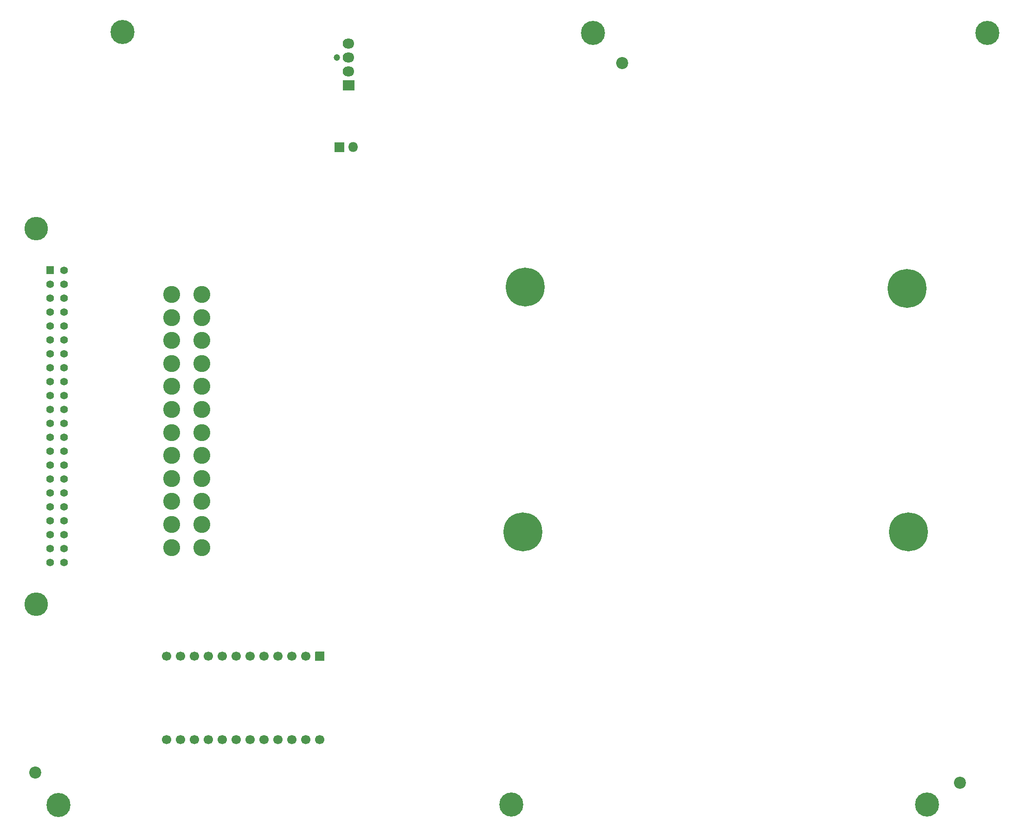
<source format=gbr>
%TF.GenerationSoftware,KiCad,Pcbnew,(5.1.9)-1*%
%TF.CreationDate,2021-04-02T12:34:59-05:00*%
%TF.ProjectId,FM Towns Pico Adapter,464d2054-6f77-46e7-9320-5069636f2041,rev?*%
%TF.SameCoordinates,Original*%
%TF.FileFunction,Soldermask,Bot*%
%TF.FilePolarity,Negative*%
%FSLAX46Y46*%
G04 Gerber Fmt 4.6, Leading zero omitted, Abs format (unit mm)*
G04 Created by KiCad (PCBNEW (5.1.9)-1) date 2021-04-02 12:34:59*
%MOMM*%
%LPD*%
G01*
G04 APERTURE LIST*
%ADD10C,1.200000*%
%ADD11O,2.130000X1.830000*%
%ADD12C,1.700000*%
%ADD13C,2.200000*%
%ADD14C,4.400000*%
%ADD15C,0.900000*%
%ADD16C,7.100000*%
%ADD17O,1.800000X1.800000*%
%ADD18C,3.103200*%
%ADD19C,4.300000*%
%ADD20C,1.400000*%
G04 APERTURE END LIST*
D10*
%TO.C,NOCTUA_FAN*%
X99060000Y-33070000D03*
D11*
X101220000Y-30530000D03*
X101220000Y-33070000D03*
X101220000Y-35610000D03*
G36*
G01*
X102285000Y-37285000D02*
X102285000Y-39015000D01*
G75*
G02*
X102235000Y-39065000I-50000J0D01*
G01*
X100205000Y-39065000D01*
G75*
G02*
X100155000Y-39015000I0J50000D01*
G01*
X100155000Y-37285000D01*
G75*
G02*
X100205000Y-37235000I50000J0D01*
G01*
X102235000Y-37235000D01*
G75*
G02*
X102285000Y-37285000I0J-50000D01*
G01*
G37*
%TD*%
D12*
%TO.C,U1*%
X95970000Y-157640000D03*
X93430000Y-157640000D03*
X90890000Y-157640000D03*
X88350000Y-157640000D03*
X85810000Y-157640000D03*
X83270000Y-157640000D03*
X80730000Y-157640000D03*
X78190000Y-157640000D03*
X75650000Y-157640000D03*
X73110000Y-157640000D03*
X70570000Y-157640000D03*
X68030000Y-157640000D03*
X68030000Y-142400000D03*
X70570000Y-142400000D03*
X73110000Y-142400000D03*
X75650000Y-142400000D03*
X78190000Y-142400000D03*
X80730000Y-142400000D03*
X83270000Y-142400000D03*
X85810000Y-142400000D03*
X88350000Y-142400000D03*
X90890000Y-142400000D03*
X93430000Y-142400000D03*
G36*
G01*
X96820000Y-141600000D02*
X96820000Y-143200000D01*
G75*
G02*
X96770000Y-143250000I-50000J0D01*
G01*
X95170000Y-143250000D01*
G75*
G02*
X95120000Y-143200000I0J50000D01*
G01*
X95120000Y-141600000D01*
G75*
G02*
X95170000Y-141550000I50000J0D01*
G01*
X96770000Y-141550000D01*
G75*
G02*
X96820000Y-141600000I0J-50000D01*
G01*
G37*
%TD*%
D13*
%TO.C,REF\u002A\u002A*%
X151130000Y-34036000D03*
%TD*%
D14*
%TO.C,REF\u002A\u002A*%
X145796000Y-28575000D03*
%TD*%
%TO.C,REF\u002A\u002A*%
X217805000Y-28575000D03*
%TD*%
%TO.C,REF\u002A\u002A*%
X59944000Y-28384500D03*
%TD*%
D13*
%TO.C,REF\u002A\u002A*%
X212788500Y-165481000D03*
%TD*%
D14*
%TO.C,REF\u002A\u002A*%
X206756000Y-169418000D03*
%TD*%
%TO.C,REF\u002A\u002A*%
X130880000Y-169470000D03*
%TD*%
%TO.C,REF\u002A\u002A*%
X48260000Y-169545000D03*
%TD*%
D13*
%TO.C,REF\u002A\u002A*%
X44069000Y-163576000D03*
%TD*%
D15*
%TO.C,PAD4*%
X205246655Y-117777845D03*
X203390500Y-117009000D03*
X201534345Y-117777845D03*
X200765500Y-119634000D03*
X201534345Y-121490155D03*
X203390500Y-122259000D03*
X205246655Y-121490155D03*
X206015500Y-119634000D03*
D16*
X203390500Y-119634000D03*
%TD*%
D15*
%TO.C,PAD3*%
X204992655Y-73327845D03*
X203136500Y-72559000D03*
X201280345Y-73327845D03*
X200511500Y-75184000D03*
X201280345Y-77040155D03*
X203136500Y-77809000D03*
X204992655Y-77040155D03*
X205761500Y-75184000D03*
D16*
X203136500Y-75184000D03*
%TD*%
D15*
%TO.C,PAD2*%
X135333155Y-73137345D03*
X133477000Y-72368500D03*
X131620845Y-73137345D03*
X130852000Y-74993500D03*
X131620845Y-76849655D03*
X133477000Y-77618500D03*
X135333155Y-76849655D03*
X136102000Y-74993500D03*
D16*
X133477000Y-74993500D03*
%TD*%
D15*
%TO.C,PAD1*%
X134888655Y-117841345D03*
X133032500Y-117072500D03*
X131176345Y-117841345D03*
X130407500Y-119697500D03*
X131176345Y-121553655D03*
X133032500Y-122322500D03*
X134888655Y-121553655D03*
X135657500Y-119697500D03*
D16*
X133032500Y-119697500D03*
%TD*%
D17*
%TO.C,STOCK_FAN*%
X102070000Y-49430000D03*
G36*
G01*
X100380000Y-50330000D02*
X98680000Y-50330000D01*
G75*
G02*
X98630000Y-50280000I0J50000D01*
G01*
X98630000Y-48580000D01*
G75*
G02*
X98680000Y-48530000I50000J0D01*
G01*
X100380000Y-48530000D01*
G75*
G02*
X100430000Y-48580000I0J-50000D01*
G01*
X100430000Y-50280000D01*
G75*
G02*
X100380000Y-50330000I-50000J0D01*
G01*
G37*
%TD*%
D18*
%TO.C,J1*%
X68887100Y-122526200D03*
X68887100Y-118326200D03*
X68887100Y-114126200D03*
X68887100Y-109926200D03*
X68887100Y-105726200D03*
X68887100Y-101526200D03*
X68887100Y-97326200D03*
X68887100Y-93126200D03*
X68887100Y-88926200D03*
X68887100Y-84726200D03*
X68887100Y-80526200D03*
X68887100Y-76326200D03*
X74387100Y-122526200D03*
X74387100Y-118326200D03*
X74387100Y-114126200D03*
X74387100Y-109926200D03*
X74387100Y-105726200D03*
X74387100Y-101526200D03*
X74387100Y-97326200D03*
X74387100Y-93126200D03*
X74387100Y-88926200D03*
X74387100Y-84726200D03*
X74387100Y-80526200D03*
X74387100Y-76326200D03*
%TD*%
D19*
%TO.C,J2*%
X44196000Y-132842000D03*
X44196000Y-64262000D03*
D20*
X49276000Y-125222000D03*
X49276000Y-122682000D03*
X49276000Y-120142000D03*
X49276000Y-117602000D03*
X49276000Y-115062000D03*
X49276000Y-112522000D03*
X49276000Y-109982000D03*
X49276000Y-107442000D03*
X49276000Y-104902000D03*
X49276000Y-102362000D03*
X49276000Y-99822000D03*
X49276000Y-97282000D03*
X49276000Y-94742000D03*
X49276000Y-92202000D03*
X49276000Y-89662000D03*
X49276000Y-87122000D03*
X49276000Y-84582000D03*
X49276000Y-82042000D03*
X49276000Y-79502000D03*
X49276000Y-76962000D03*
X49276000Y-74422000D03*
X49276000Y-71882000D03*
X46736000Y-125222000D03*
X46736000Y-122682000D03*
X46736000Y-120142000D03*
X46736000Y-117602000D03*
X46736000Y-115062000D03*
X46736000Y-112522000D03*
X46736000Y-109982000D03*
X46736000Y-107442000D03*
X46736000Y-104902000D03*
X46736000Y-102362000D03*
X46736000Y-99822000D03*
X46736000Y-97282000D03*
X46736000Y-94742000D03*
X46736000Y-92202000D03*
X46736000Y-89662000D03*
X46736000Y-87122000D03*
X46736000Y-84582000D03*
X46736000Y-82042000D03*
X46736000Y-79502000D03*
X46736000Y-76962000D03*
X46736000Y-74422000D03*
G36*
G01*
X46036000Y-72532000D02*
X46036000Y-71232000D01*
G75*
G02*
X46086000Y-71182000I50000J0D01*
G01*
X47386000Y-71182000D01*
G75*
G02*
X47436000Y-71232000I0J-50000D01*
G01*
X47436000Y-72532000D01*
G75*
G02*
X47386000Y-72582000I-50000J0D01*
G01*
X46086000Y-72582000D01*
G75*
G02*
X46036000Y-72532000I0J50000D01*
G01*
G37*
%TD*%
M02*

</source>
